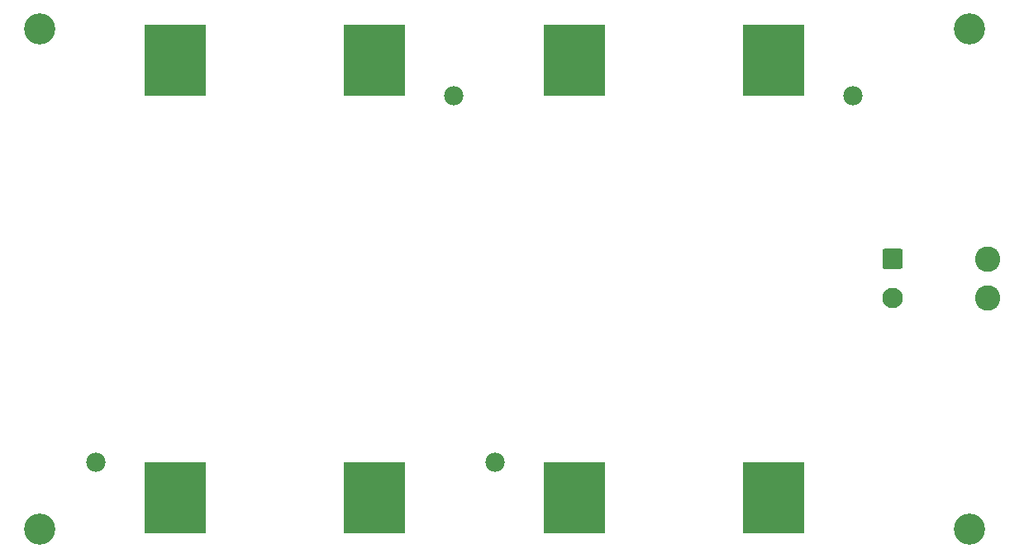
<source format=gbr>
G04 #@! TF.GenerationSoftware,KiCad,Pcbnew,(5.1.7)-1*
G04 #@! TF.CreationDate,2021-11-03T15:22:26-05:00*
G04 #@! TF.ProjectId,battery_pack,62617474-6572-4795-9f70-61636b2e6b69,1.0*
G04 #@! TF.SameCoordinates,Original*
G04 #@! TF.FileFunction,Soldermask,Top*
G04 #@! TF.FilePolarity,Negative*
%FSLAX46Y46*%
G04 Gerber Fmt 4.6, Leading zero omitted, Abs format (unit mm)*
G04 Created by KiCad (PCBNEW (5.1.7)-1) date 2021-11-03 15:22:26*
%MOMM*%
%LPD*%
G01*
G04 APERTURE LIST*
%ADD10R,6.350000X7.340600*%
%ADD11C,1.981200*%
%ADD12C,2.600000*%
%ADD13C,2.100000*%
%ADD14C,3.200000*%
G04 APERTURE END LIST*
D10*
X116459000Y-120738900D03*
X116459000Y-75857100D03*
D11*
X108356400Y-117068600D03*
D12*
X199653000Y-100262000D03*
D13*
X189953000Y-100262000D03*
G36*
G01*
X190753100Y-97276000D02*
X189152900Y-97276000D01*
G75*
G02*
X188903000Y-97026100I0J249900D01*
G01*
X188903000Y-95425900D01*
G75*
G02*
X189152900Y-95176000I249900J0D01*
G01*
X190753100Y-95176000D01*
G75*
G02*
X191003000Y-95425900I0J-249900D01*
G01*
X191003000Y-97026100D01*
G75*
G02*
X190753100Y-97276000I-249900J0D01*
G01*
G37*
D12*
X199653000Y-96226000D03*
D11*
X145008600Y-79527400D03*
D10*
X136906000Y-120738900D03*
X136906000Y-75857100D03*
D11*
X149250400Y-117068600D03*
D10*
X157353000Y-75857100D03*
X157353000Y-120738900D03*
D11*
X185902600Y-79527400D03*
D10*
X177800000Y-120738900D03*
X177800000Y-75857100D03*
D14*
X102616000Y-72644000D03*
X102616000Y-123952000D03*
X197866000Y-72644000D03*
X197866000Y-123952000D03*
M02*

</source>
